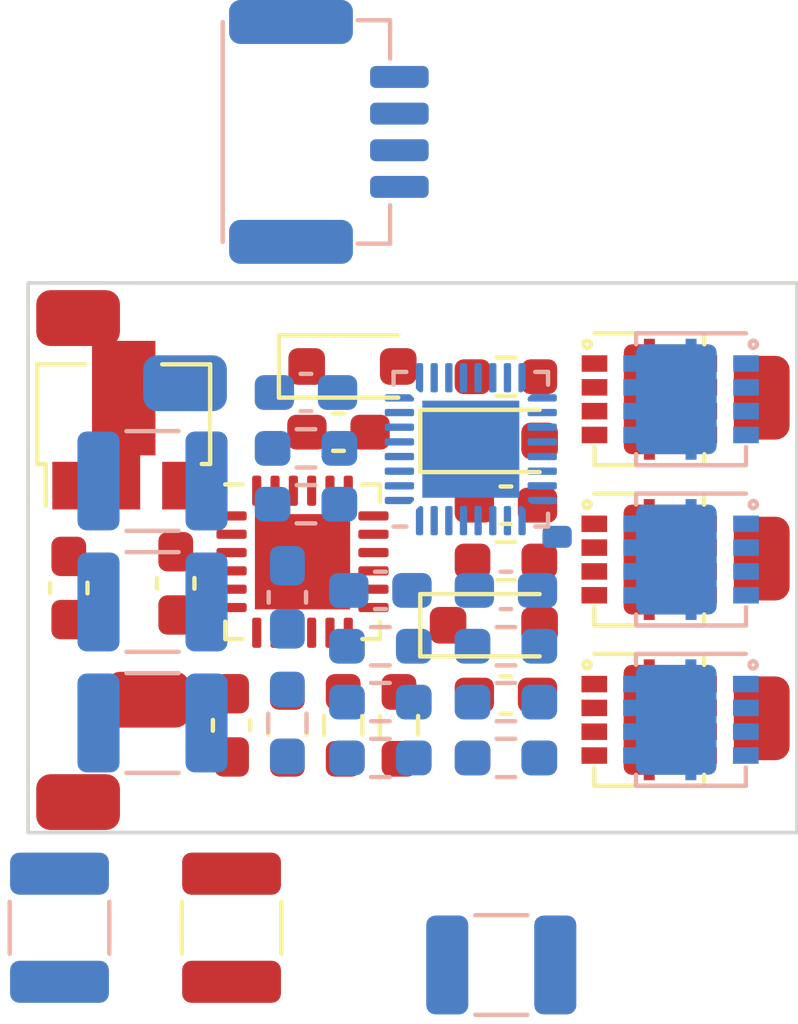
<source format=kicad_pcb>
(kicad_pcb (version 20221018) (generator pcbnew)
  (layers (0 "F.Cu" signal) (31 "B.Cu" signal) (34 "B.Paste" user) (35 "F.Paste" user) (36 "B.SilkS" user "B.Silkscreen") (37 "F.SilkS" user "F.Silkscreen") (38 "B.Mask" user) (39 "F.Mask" user) (44 "Edge.Cuts" user))
  (net 0 "")
  (net 1 "+5V")
  (net 2 "GND")
  (net 3 "VDD")
  (net 4 "/ADC8")
  (net 5 "/ADC9")
  (net 6 "/ADC10")
  (net 7 "/VB1")
  (net 8 "/VB2")
  (net 9 "/VB3")
  (net 10 "Net-(Q1-PadG)")
  (net 11 "Net-(Q2-PadG)")
  (net 12 "Net-(Q3-PadG)")
  (net 13 "/TXD")
  (net 14 "/RXD")
  (net 15 "/PWM8")
  (net 16 "/W")
  (net 17 "/V")
  (net 18 "/U")
  (net 19 "Net-(Q5-PadG)")
  (net 20 "Net-(Q4-PadG)")
  (net 21 "Net-(Q6-PadG)")
  (net 22 "/PWM3")
  (net 23 "/PWM2")
  (net 24 "/PWM1")
  (net 25 "/PWM3L")
  (net 26 "/PWM2L")
  (net 27 "/PWM1L")
  (net 28 "/CMP-")
  (net 45 "/HO3")
  (net 46 "/LO3")
  (net 47 "/HO2")
  (net 48 "/LO2")
  (net 49 "/HO1")
  (net 50 "/LO1")
  (footprint "Capacitor_SMD:C_0603_1608Metric_Pad1.08x0.95mm_HandSolder" (layer "F.Cu") (at 77.978 119.572)
    (fp_text reference "C5" hide)
    (fp_text value "100nF" hide)
    (fp_line (start -0.146267 -0.51) (end 0.146267 -0.51) (stroke (width 0.12)) (layer "F.SilkS"))
    (fp_line (start -0.146267 0.51) (end 0.146267 0.51) (stroke (width 0.12)) (layer "F.SilkS"))
    (pad "1" smd roundrect (at -0.8625 0) (size 1.075 0.95) (layers "F.Cu" "F.Paste" "F.Mask") (net 7 "/VB1"))
    (pad "2" smd roundrect (at 0.8625 0) (size 1.075 0.95) (layers "F.Cu" "F.Paste" "F.Mask") (net 18 "/U"))
  )
  (footprint "ADel:DFN_3x3_MOS" (layer "F.Cu") (at 84.963 123.048 90)
    (fp_text reference "Q3" hide)
    (fp_text value "P-MOS" hide)
    (fp_line (start -1.8 0) (end -1.3 0) (stroke (width 0.12)) (layer "F.SilkS"))
    (fp_line (start -1.8 1.2) (end -1.8 3) (stroke (width 0.12)) (layer "F.SilkS"))
    (fp_line (start -1.8 1.4) (end -1.8 0) (stroke (width 0.12)) (layer "F.SilkS"))
    (fp_line (start -1.8 3) (end -1.5 3) (stroke (width 0.12)) (layer "F.SilkS"))
    (fp_line (start 1.8 0) (end 1.8 3) (stroke (width 0.12)) (layer "F.SilkS"))
    (fp_line (start 1.8 3) (end 1.5 3) (stroke (width 0.12)) (layer "F.SilkS"))
    (fp_circle (center 1.5 -0.2) (end 1.5 -0.1) (stroke (width 0.12)) (fill none) (layer "F.SilkS"))
    (pad "D" smd rect (at -1.5 1.5 180) (size 0.3 0.3) (layers "F.Cu" "F.Paste" "F.Mask") (net 17 "/V"))
    (pad "D" smd rect (at -0.975 3 90) (size 0.45 0.7) (layers "F.Cu" "F.Paste" "F.Mask") (net 17 "/V"))
    (pad "D" smd rect (at -0.325 3 90) (size 0.45 0.7) (layers "F.Cu" "F.Paste" "F.Mask") (net 17 "/V"))
    (pad "D" smd roundrect (at 0 1.9 90) (size 3 2.2) (layers "F.Cu" "F.Paste" "F.Mask") (roundrect_rratio 0.1) (net 17 "/V"))
    (pad "D" smd rect (at 0.325 3 90) (size 0.45 0.7) (layers "F.Cu" "F.Paste" "F.Mask") (net 17 "/V"))
    (pad "D" smd rect (at 0.975 3 90) (size 0.45 0.7) (layers "F.Cu" "F.Paste" "F.Mask") (net 17 "/V"))
    (pad "D" smd rect (at 1.5 1.5 180) (size 0.3 0.3) (layers "F.Cu" "F.Paste" "F.Mask") (net 17 "/V"))
    (pad "G" smd rect (at -0.975 0 90) (size 0.45 0.7) (layers "F.Cu" "F.Paste" "F.Mask") (net 12 "Net-(Q3-PadG)"))
    (pad "S" smd rect (at -0.325 0 90) (size 0.45 0.7) (layers "F.Cu" "F.Paste" "F.Mask") (net 3 "VDD"))
    (pad "S" smd rect (at 0.325 0 90) (size 0.45 0.7) (layers "F.Cu" "F.Paste" "F.Mask") (net 3 "VDD"))
    (pad "S" smd rect (at 0.975 0 90) (size 0.45 0.7) (layers "F.Cu" "F.Paste" "F.Mask") (net 3 "VDD"))
  )
  (footprint "Resistor_SMD:R_0603_1608Metric_Pad0.98x0.95mm_HandSolder" (layer "F.Cu") (at 78.105 127.573 -90)
    (fp_text reference "R4" hide)
    (fp_text value "100R" hide)
    (fp_line (start -0.254724 -0.5225) (end 0.254724 -0.5225) (stroke (width 0.12)) (layer "F.SilkS"))
    (fp_line (start -0.254724 0.5225) (end 0.254724 0.5225) (stroke (width 0.12)) (layer "F.SilkS"))
    (pad "1" smd roundrect (at -0.9125 0 270) (size 0.975 0.95) (layers "F.Cu" "F.Paste" "F.Mask") (net 48 "/LO2"))
    (pad "2" smd roundrect (at 0.9125 0 270) (size 0.975 0.95) (layers "F.Cu" "F.Paste" "F.Mask") (net 20 "Net-(Q4-PadG)"))
  )
  (footprint "Capacitor_SMD:C_0603_1608Metric_Pad1.08x0.95mm_HandSolder" (layer "F.Cu") (at 73.533 123.698 -90)
    (fp_text reference "C3" hide)
    (fp_text value "10uF" hide)
    (fp_line (start -0.146267 -0.51) (end 0.146267 -0.51) (stroke (width 0.12)) (layer "F.SilkS"))
    (fp_line (start -0.146267 0.51) (end 0.146267 0.51) (stroke (width 0.12)) (layer "F.SilkS"))
    (pad "1" smd roundrect (at -0.8625 0 270) (size 1.075 0.95) (layers "F.Cu" "F.Paste" "F.Mask") (net 1 "+5V"))
    (pad "2" smd roundrect (at 0.8625 0 270) (size 1.075 0.95) (layers "F.Cu" "F.Paste" "F.Mask") (net 2 "GND"))
  )
  (footprint "Capacitor_SMD:C_0603_1608Metric_Pad1.08x0.95mm_HandSolder" (layer "F.Cu") (at 70.612 123.825 -90)
    (fp_text reference "C1" hide)
    (fp_text value "100nF" hide)
    (fp_line (start -0.146267 -0.51) (end 0.146267 -0.51) (stroke (width 0.12)) (layer "F.SilkS"))
    (fp_line (start -0.146267 0.51) (end 0.146267 0.51) (stroke (width 0.12)) (layer "F.SilkS"))
    (pad "1" smd roundrect (at -0.8625 0 270) (size 1.075 0.95) (layers "F.Cu" "F.Paste" "F.Mask") (net 3 "VDD"))
    (pad "2" smd roundrect (at 0.8625 0 270) (size 1.075 0.95) (layers "F.Cu" "F.Paste" "F.Mask") (net 2 "GND"))
  )
  (footprint "ADel:PAD_RECT" (layer "F.Cu") (at 70.866 116.459 180)
    (fp_text reference "J4" hide)
    (fp_text value "Conn_01x01_Male" hide)
    (pad "1" smd roundrect (at 0 0 180) (size 2.286 1.524) (layers "F.Cu" "F.Paste" "F.Mask") (net 2 "GND"))
  )
  (footprint "ADel:PAD_RECT" (layer "F.Cu") (at 70.866 129.667)
    (fp_text reference "J5" hide)
    (fp_text value "Conn_01x01_Male" hide)
    (pad "1" smd roundrect (at 0 0) (size 2.286 1.524) (layers "F.Cu" "F.Paste" "F.Mask") (net 3 "VDD"))
  )
  (footprint "Diode_SMD:D_SOD-323_HandSoldering" (layer "F.Cu") (at 78.359 117.7798)
    (fp_text reference "D1" hide)
    (fp_text value "D" hide)
    (fp_line (start -2.01 -0.85) (end -2.01 0.85) (stroke (width 0.12)) (layer "F.SilkS"))
    (fp_line (start -2.01 -0.85) (end 1.25 -0.85) (stroke (width 0.12)) (layer "F.SilkS"))
    (fp_line (start -2.01 0.85) (end 1.25 0.85) (stroke (width 0.12)) (layer "F.SilkS"))
    (pad "1" smd roundrect (at -1.25 0) (size 1 1) (layers "F.Cu" "F.Paste" "F.Mask") (net 7 "/VB1"))
    (pad "2" smd roundrect (at 1.25 0) (size 1 1) (layers "F.Cu" "F.Paste" "F.Mask") (net 3 "VDD"))
  )
  (footprint "ADel:DFN_3x3_MOS" (layer "F.Cu") (at 84.963 127.422 90)
    (fp_text reference "Q1" hide)
    (fp_text value "P-MOS" hide)
    (fp_line (start -1.8 0) (end -1.3 0) (stroke (width 0.12)) (layer "F.SilkS"))
    (fp_line (start -1.8 1.2) (end -1.8 3) (stroke (width 0.12)) (layer "F.SilkS"))
    (fp_line (start -1.8 1.4) (end -1.8 0) (stroke (width 0.12)) (layer "F.SilkS"))
    (fp_line (start -1.8 3) (end -1.5 3) (stroke (width 0.12)) (layer "F.SilkS"))
    (fp_line (start 1.8 0) (end 1.8 3) (stroke (width 0.12)) (layer "F.SilkS"))
    (fp_line (start 1.8 3) (end 1.5 3) (stroke (width 0.12)) (layer "F.SilkS"))
    (fp_circle (center 1.5 -0.2) (end 1.5 -0.1) (stroke (width 0.12)) (fill none) (layer "F.SilkS"))
    (pad "D" smd rect (at -1.5 1.5 180) (size 0.3 0.3) (layers "F.Cu" "F.Paste" "F.Mask") (net 16 "/W"))
    (pad "D" smd rect (at -0.975 3 90) (size 0.45 0.7) (layers "F.Cu" "F.Paste" "F.Mask") (net 16 "/W"))
    (pad "D" smd rect (at -0.325 3 90) (size 0.45 0.7) (layers "F.Cu" "F.Paste" "F.Mask") (net 16 "/W"))
    (pad "D" smd roundrect (at 0 1.9 90) (size 3 2.2) (layers "F.Cu" "F.Paste" "F.Mask") (roundrect_rratio 0.1) (net 16 "/W"))
    (pad "D" smd rect (at 0.325 3 90) (size 0.45 0.7) (layers "F.Cu" "F.Paste" "F.Mask") (net 16 "/W"))
    (pad "D" smd rect (at 0.975 3 90) (size 0.45 0.7) (layers "F.Cu" "F.Paste" "F.Mask") (net 16 "/W"))
    (pad "D" smd rect (at 1.5 1.5 180) (size 0.3 0.3) (layers "F.Cu" "F.Paste" "F.Mask") (net 16 "/W"))
    (pad "G" smd rect (at -0.975 0 90) (size 0.45 0.7) (layers "F.Cu" "F.Paste" "F.Mask") (net 10 "Net-(Q1-PadG)"))
    (pad "S" smd rect (at -0.325 0 90) (size 0.45 0.7) (layers "F.Cu" "F.Paste" "F.Mask") (net 3 "VDD"))
    (pad "S" smd rect (at 0.325 0 90) (size 0.45 0.7) (layers "F.Cu" "F.Paste" "F.Mask") (net 3 "VDD"))
    (pad "S" smd rect (at 0.975 0 90) (size 0.45 0.7) (layers "F.Cu" "F.Paste" "F.Mask") (net 3 "VDD"))
  )
  (footprint "ADel:PAD_RECT" (layer "F.Cu") (at 72.771 126.873 180)
    (fp_text reference "J2" hide)
    (fp_text value "Conn_01x01_Male" hide)
    (pad "1" smd roundrect (at 0 0 180) (size 2.286 1.524) (layers "F.Cu" "F.Paste" "F.Mask") (net 1 "+5V"))
  )
  (footprint "Resistor_SMD:R_0603_1608Metric_Pad0.98x0.95mm_HandSolder" (layer "F.Cu") (at 79.629 127.573 -90)
    (fp_text reference "R6" hide)
    (fp_text value "100R" hide)
    (fp_line (start -0.254724 -0.5225) (end 0.254724 -0.5225) (stroke (width 0.12)) (layer "F.SilkS"))
    (fp_line (start -0.254724 0.5225) (end 0.254724 0.5225) (stroke (width 0.12)) (layer "F.SilkS"))
    (pad "1" smd roundrect (at -0.9125 0 270) (size 0.975 0.95) (layers "F.Cu" "F.Paste" "F.Mask") (net 50 "/LO1"))
    (pad "2" smd roundrect (at 0.9125 0 270) (size 0.975 0.95) (layers "F.Cu" "F.Paste" "F.Mask") (net 21 "Net-(Q6-PadG)"))
  )
  (footprint "Diode_SMD:D_SOD-323_HandSoldering" (layer "F.Cu") (at 82.2198 119.8118)
    (fp_text reference "D2" hide)
    (fp_text value "D" hide)
    (fp_line (start -2.01 -0.85) (end -2.01 0.85) (stroke (width 0.12)) (layer "F.SilkS"))
    (fp_line (start -2.01 -0.85) (end 1.25 -0.85) (stroke (width 0.12)) (layer "F.SilkS"))
    (fp_line (start -2.01 0.85) (end 1.25 0.85) (stroke (width 0.12)) (layer "F.SilkS"))
    (pad "1" smd roundrect (at -1.25 0) (size 1 1) (layers "F.Cu" "F.Paste" "F.Mask") (net 8 "/VB2"))
    (pad "2" smd roundrect (at 1.25 0) (size 1 1) (layers "F.Cu" "F.Paste" "F.Mask") (net 3 "VDD"))
  )
  (footprint "Capacitor_SMD:C_0603_1608Metric_Pad1.08x0.95mm_HandSolder" (layer "F.Cu") (at 82.55 126.746)
    (fp_text reference "C8" hide)
    (fp_text value "100nF" hide)
    (fp_line (start -0.146267 -0.51) (end 0.146267 -0.51) (stroke (width 0.12)) (layer "F.SilkS"))
    (fp_line (start -0.146267 0.51) (end 0.146267 0.51) (stroke (width 0.12)) (layer "F.SilkS"))
    (pad "1" smd roundrect (at -0.8625 0) (size 1.075 0.95) (layers "F.Cu" "F.Paste" "F.Mask") (net 9 "/VB3"))
    (pad "2" smd roundrect (at 0.8625 0) (size 1.075 0.95) (layers "F.Cu" "F.Paste" "F.Mask") (net 16 "/W"))
  )
  (footprint "ADel:PAD_RECT" (layer "F.Cu") (at 89.535 127.381 90)
    (fp_text reference "J7" hide)
    (fp_text value "Conn_01x01_Male" hide)
    (pad "1" smd roundrect (at 0 0 90) (size 2.286 1.524) (layers "F.Cu" "F.Paste" "F.Mask") (net 16 "/W"))
  )
  (footprint "Diode_SMD:D_SOD-323_HandSoldering" (layer "F.Cu") (at 82.2198 124.841)
    (fp_text reference "D3" hide)
    (fp_text value "D" hide)
    (fp_line (start -2.01 -0.85) (end -2.01 0.85) (stroke (width 0.12)) (layer "F.SilkS"))
    (fp_line (start -2.01 -0.85) (end 1.25 -0.85) (stroke (width 0.12)) (layer "F.SilkS"))
    (fp_line (start -2.01 0.85) (end 1.25 0.85) (stroke (width 0.12)) (layer "F.SilkS"))
    (pad "1" smd roundrect (at -1.25 0) (size 1 1) (layers "F.Cu" "F.Paste" "F.Mask") (net 9 "/VB3"))
    (pad "2" smd roundrect (at 1.25 0) (size 1 1) (layers "F.Cu" "F.Paste" "F.Mask") (net 3 "VDD"))
  )
  (footprint "Capacitor_SMD:C_1210_3225Metric" (layer "F.Cu") (at 75.057 133.096 90)
    (fp_text reference "C7" hide)
    (fp_text value "100uF" hide)
    (fp_line (start -0.711252 -1.36) (end 0.711252 -1.36) (stroke (width 0.12)) (layer "F.SilkS"))
    (fp_line (start -0.711252 1.36) (end 0.711252 1.36) (stroke (width 0.12)) (layer "F.SilkS"))
    (pad "1" smd roundrect (at -1.475 0 90) (size 1.15 2.7) (layers "F.Cu" "F.Paste" "F.Mask") (roundrect_rratio 0.217391) (net 3 "VDD"))
    (pad "2" smd roundrect (at 1.475 0 90) (size 1.15 2.7) (layers "F.Cu" "F.Paste" "F.Mask") (roundrect_rratio 0.217391) (net 2 "GND"))
  )
  (footprint "Package_DFN_QFN:QFN-24-1EP_4x4mm_P0.5mm_EP2.6x2.6mm" (layer "F.Cu") (at 76.9945 123.108)
    (fp_text reference "U3" hide)
    (fp_text value "FD6288Q" hide)
    (fp_line (start -2.11 2.11) (end -2.11 1.635) (stroke (width 0.12)) (layer "F.SilkS"))
    (fp_line (start -1.635 -2.11) (end -2.11 -2.11) (stroke (width 0.12)) (layer "F.SilkS"))
    (fp_line (start -1.635 2.11) (end -2.11 2.11) (stroke (width 0.12)) (layer "F.SilkS"))
    (fp_line (start 1.635 -2.11) (end 2.11 -2.11) (stroke (width 0.12)) (layer "F.SilkS"))
    (fp_line (start 1.635 2.11) (end 2.11 2.11) (stroke (width 0.12)) (layer "F.SilkS"))
    (fp_line (start 2.11 -2.11) (end 2.11 -1.635) (stroke (width 0.12)) (layer "F.SilkS"))
    (fp_line (start 2.11 2.11) (end 2.11 1.635) (stroke (width 0.12)) (layer "F.SilkS"))
    (pad "1" smd roundrect (at -1.9375 -1.25) (size 0.825 0.25) (layers "F.Cu" "F.Paste" "F.Mask") (net 27 "/PWM1L"))
    (pad "2" smd roundrect (at -1.9375 -0.75) (size 0.825 0.25) (layers "F.Cu" "F.Paste" "F.Mask") (net 26 "/PWM2L"))
    (pad "3" smd roundrect (at -1.9375 -0.25) (size 0.825 0.25) (layers "F.Cu" "F.Paste" "F.Mask") (net 25 "/PWM3L"))
    (pad "4" smd roundrect (at -1.9375 0.25) (size 0.825 0.25) (layers "F.Cu" "F.Paste" "F.Mask") (net 3 "VDD"))
    (pad "5" smd roundrect (at -1.9375 0.75) (size 0.825 0.25) (layers "F.Cu" "F.Paste" "F.Mask"))
    (pad "6" smd roundrect (at -1.9375 1.25) (size 0.825 0.25) (layers "F.Cu" "F.Paste" "F.Mask") (net 2 "GND"))
    (pad "7" smd roundrect (at -1.25 1.9375) (size 0.25 0.825) (layers "F.Cu" "F.Paste" "F.Mask"))
    (pad "8" smd roundrect (at -0.75 1.9375) (size 0.25 0.825) (layers "F.Cu" "F.Paste" "F.Mask"))
    (pad "9" smd roundrect (at -0.25 1.9375) (size 0.25 0.825) (layers "F.Cu" "F.Paste" "F.Mask") (net 46 "/LO3"))
    (pad "10" smd roundrect (at 0.25 1.9375) (size 0.25 0.825) (layers "F.Cu" "F.Paste" "F.Mask") (net 48 "/LO2"))
    (pad "11" smd roundrect (at 0.75 1.9375) (size 0.25 0.825) (layers "F.Cu" "F.Paste" "F.Mask") (net 50 "/LO1"))
    (pad "12" smd roundrect (at 1.25 1.9375) (size 0.25 0.825) (layers "F.Cu" "F.Paste" "F.Mask") (net 16 "/W"))
    (pad "13" smd roundrect (at 1.9375 1.25) (size 0.825 0.25) (layers "F.Cu" "F.Paste" "F.Mask") (net 45 "/HO3"))
    (pad "14" smd roundrect (at 1.9375 0.75) (size 0.825 0.25) (layers "F.Cu" "F.Paste" "F.Mask") (net 9 "/VB3"))
    (pad "15" smd roundrect (at 1.9375 0.25) (size 0.825 0.25) (layers "F.Cu" "F.Paste" "F.Mask") (net 17 "/V"))
    (pad "16" smd roundrect (at 1.9375 -0.25) (size 0.825 0.25) (layers "F.Cu" "F.Paste" "F.Mask") (net 47 "/HO2"))
    (pad "17" smd roundrect (at 1.9375 -0.75) (size 0.825 0.25) (layers "F.Cu" "F.Paste" "F.Mask") (net 8 "/VB2"))
    (pad "18" smd roundrect (at 1.9375 -1.25) (size 0.825 0.25) (layers "F.Cu" "F.Paste" "F.Mask") (net 18 "/U"))
    (pad "19" smd roundrect (at 1.25 -1.9375) (size 0.25 0.825) (layers "F.Cu" "F.Paste" "F.Mask") (net 49 "/HO1"))
    (pad "20" smd roundrect (at 0.75 -1.9375) (size 0.25 0.825) (layers "F.Cu" "F.Paste" "F.Mask") (net 7 "/VB1"))
    (pad "21" smd roundrect (at 0.25 -1.9375) (size 0.25 0.825) (layers "F.Cu" "F.Paste" "F.Mask"))
    (pad "22" smd roundrect (at -0.25 -1.9375) (size 0.25 0.825) (layers "F.Cu" "F.Paste" "F.Mask") (net 24 "/PWM1"))
    (pad "23" smd roundrect (at -0.75 -1.9375) (size 0.25 0.825) (layers "F.Cu" "F.Paste" "F.Mask") (net 23 "/PWM2"))
    (pad "24" smd roundrect (at -1.25 -1.9375) (size 0.25 0.825) (layers "F.Cu" "F.Paste" "F.Mask") (net 22 "/PWM3"))
    (pad "25" smd rect (at 0 0) (size 2.6 2.6) (layers "F.Cu" "F.Mask") (net 2 "GND"))
  )
  (footprint "Resistor_SMD:R_0603_1608Metric_Pad0.98x0.95mm_HandSolder" (layer "F.Cu") (at 82.55 128.462)
    (fp_text reference "R1" hide)
    (fp_text value "100R" hide)
    (fp_line (start -0.254724 -0.5225) (end 0.254724 -0.5225) (stroke (width 0.12)) (layer "F.SilkS"))
    (fp_line (start -0.254724 0.5225) (end 0.254724 0.5225) (stroke (width 0.12)) (layer "F.SilkS"))
    (pad "1" smd roundrect (at -0.9125 0) (size 0.975 0.95) (layers "F.Cu" "F.Paste" "F.Mask") (net 45 "/HO3"))
    (pad "2" smd roundrect (at 0.9125 0) (size 0.975 0.95) (layers "F.Cu" "F.Paste" "F.Mask") (net 10 "Net-(Q1-PadG)"))
  )
  (footprint "Resistor_SMD:R_0603_1608Metric_Pad0.98x0.95mm_HandSolder" (layer "F.Cu") (at 82.55 118.0592)
    (fp_text reference "R5" hide)
    (fp_text value "100R" hide)
    (fp_line (start -0.254724 -0.5225) (end 0.254724 -0.5225) (stroke (width 0.12)) (layer "F.SilkS"))
    (fp_line (start -0.254724 0.5225) (end 0.254724 0.5225) (stroke (width 0.12)) (layer "F.SilkS"))
    (pad "1" smd roundrect (at -0.9125 0) (size 0.975 0.95) (layers "F.Cu" "F.Paste" "F.Mask") (net 49 "/HO1"))
    (pad "2" smd roundrect (at 0.9125 0) (size 0.975 0.95) (layers "F.Cu" "F.Paste" "F.Mask") (net 19 "Net-(Q5-PadG)"))
  )
  (footprint "ADel:PAD_RECT" (layer "F.Cu") (at 89.535 118.633 90)
    (fp_text reference "J9" hide)
    (fp_text value "Conn_01x01_Male" hide)
    (pad "1" smd roundrect (at 0 0 90) (size 2.286 1.524) (layers "F.Cu" "F.Paste" "F.Mask") (net 18 "/U"))
  )
  (footprint "Capacitor_SMD:C_0603_1608Metric_Pad1.08x0.95mm_HandSolder" (layer "F.Cu") (at 75.057 127.573 -90)
    (fp_text reference "C4" hide)
    (fp_text value "100nF" hide)
    (fp_line (start -0.146267 -0.51) (end 0.146267 -0.51) (stroke (width 0.12)) (layer "F.SilkS"))
    (fp_line (start -0.146267 0.51) (end 0.146267 0.51) (stroke (width 0.12)) (layer "F.SilkS"))
    (pad "1" smd roundrect (at -0.8625 0 270) (size 1.075 0.95) (layers "F.Cu" "F.Paste" "F.Mask") (net 3 "VDD"))
    (pad "2" smd roundrect (at 0.8625 0 270) (size 1.075 0.95) (layers "F.Cu" "F.Paste" "F.Mask") (net 2 "GND"))
  )
  (footprint "Capacitor_SMD:C_0603_1608Metric_Pad1.08x0.95mm_HandSolder" (layer "F.Cu") (at 82.55 121.5644)
    (fp_text reference "C6" hide)
    (fp_text value "100nF" hide)
    (fp_line (start -0.146267 -0.51) (end 0.146267 -0.51) (stroke (width 0.12)) (layer "F.SilkS"))
    (fp_line (start -0.146267 0.51) (end 0.146267 0.51) (stroke (width 0.12)) (layer "F.SilkS"))
    (pad "1" smd roundrect (at -0.8625 0) (size 1.075 0.95) (layers "F.Cu" "F.Paste" "F.Mask") (net 8 "/VB2"))
    (pad "2" smd roundrect (at 0.8625 0) (size 1.075 0.95) (layers "F.Cu" "F.Paste" "F.Mask") (net 17 "/V"))
  )
  (footprint "Resistor_SMD:R_0603_1608Metric_Pad0.98x0.95mm_HandSolder" (layer "F.Cu") (at 82.55 123.0884)
    (fp_text reference "R3" hide)
    (fp_text value "100R" hide)
    (fp_line (start -0.254724 -0.5225) (end 0.254724 -0.5225) (stroke (width 0.12)) (layer "F.SilkS"))
    (fp_line (start -0.254724 0.5225) (end 0.254724 0.5225) (stroke (width 0.12)) (layer "F.SilkS"))
    (pad "1" smd roundrect (at -0.9125 0) (size 0.975 0.95) (layers "F.Cu" "F.Paste" "F.Mask") (net 47 "/HO2"))
    (pad "2" smd roundrect (at 0.9125 0) (size 0.975 0.95) (layers "F.Cu" "F.Paste" "F.Mask") (net 12 "Net-(Q3-PadG)"))
  )
  (footprint "ADel:PAD_RECT" (layer "F.Cu") (at 89.535 123.022 90)
    (fp_text reference "J8" hide)
    (fp_text value "Conn_01x01_Male" hide)
    (pad "1" smd roundrect (at 0 0 90) (size 2.286 1.524) (layers "F.Cu" "F.Paste" "F.Mask") (net 17 "/V"))
  )
  (footprint "Resistor_SMD:R_0603_1608Metric_Pad0.98x0.95mm_HandSolder" (layer "F.Cu") (at 76.581 127.573 -90)
    (fp_text reference "R2" hide)
    (fp_text value "100R" hide)
    (fp_line (start -0.254724 -0.5225) (end 0.254724 -0.5225) (stroke (width 0.12)) (layer "F.SilkS"))
    (fp_line (start -0.254724 0.5225) (end 0.254724 0.5225) (stroke (width 0.12)) (layer "F.SilkS"))
    (pad "1" smd roundrect (at -0.9125 0 270) (size 0.975 0.95) (layers "F.Cu" "F.Paste" "F.Mask") (net 46 "/LO3"))
    (pad "2" smd roundrect (at 0.9125 0 270) (size 0.975 0.95) (layers "F.Cu" "F.Paste" "F.Mask") (net 11 "Net-(Q2-PadG)"))
  )
  (footprint "ADel:DFN_3x3_MOS" (layer "F.Cu") (at 84.968 118.674 90)
    (fp_text reference "Q5" hide)
    (fp_text value "P-MOS" hide)
    (fp_line (start -1.8 0) (end -1.3 0) (stroke (width 0.12)) (layer "F.SilkS"))
    (fp_line (start -1.8 1.2) (end -1.8 3) (stroke (width 0.12)) (layer "F.SilkS"))
    (fp_line (start -1.8 1.4) (end -1.8 0) (stroke (width 0.12)) (layer "F.SilkS"))
    (fp_line (start -1.8 3) (end -1.5 3) (stroke (width 0.12)) (layer "F.SilkS"))
    (fp_line (start 1.8 0) (end 1.8 3) (stroke (width 0.12)) (layer "F.SilkS"))
    (fp_line (start 1.8 3) (end 1.5 3) (stroke (width 0.12)) (layer "F.SilkS"))
    (fp_circle (center 1.5 -0.2) (end 1.5 -0.1) (stroke (width 0.12)) (fill none) (layer "F.SilkS"))
    (pad "D" smd rect (at -1.5 1.5 180) (size 0.3 0.3) (layers "F.Cu" "F.Paste" "F.Mask") (net 18 "/U"))
    (pad "D" smd rect (at -0.975 3 90) (size 0.45 0.7) (layers "F.Cu" "F.Paste" "F.Mask") (net 18 "/U"))
    (pad "D" smd rect (at -0.325 3 90) (size 0.45 0.7) (layers "F.Cu" "F.Paste" "F.Mask") (net 18 "/U"))
    (pad "D" smd roundrect (at 0 1.9 90) (size 3 2.2) (layers "F.Cu" "F.Paste" "F.Mask") (roundrect_rratio 0.1) (net 18 "/U"))
    (pad "D" smd rect (at 0.325 3 90) (size 0.45 0.7) (layers "F.Cu" "F.Paste" "F.Mask") (net 18 "/U"))
    (pad "D" smd rect (at 0.975 3 90) (size 0.45 0.7) (layers "F.Cu" "F.Paste" "F.Mask") (net 18 "/U"))
    (pad "D" smd rect (at 1.5 1.5 180) (size 0.3 0.3) (layers "F.Cu" "F.Paste" "F.Mask") (net 18 "/U"))
    (pad "G" smd rect (at -0.975 0 90) (size 0.45 0.7) (layers "F.Cu" "F.Paste" "F.Mask") (net 19 "Net-(Q5-PadG)"))
    (pad "S" smd rect (at -0.325 0 90) (size 0.45 0.7) (layers "F.Cu" "F.Paste" "F.Mask") (net 3 "VDD"))
    (pad "S" smd rect (at 0.325 0 90) (size 0.45 0.7) (layers "F.Cu" "F.Paste" "F.Mask") (net 3 "VDD"))
    (pad "S" smd rect (at 0.975 0 90) (size 0.45 0.7) (layers "F.Cu" "F.Paste" "F.Mask") (net 3 "VDD"))
  )
  (footprint "Package_TO_SOT_SMD:SOT-89-3" (layer "F.Cu") (at 72.112 119.081 90)
    (fp_text reference "U1" hide)
    (fp_text value "LM78M05_TO252" hide)
    (fp_line (start -2.5 -2.13) (end -1.36 -2.13) (stroke (width 0.12)) (layer "F.SilkS"))
    (fp_line (start -1.36 -2.36) (end -1.36 -2.13) (stroke (width 0.12)) (layer "F.SilkS"))
    (fp_line (start -1.36 -2.36) (end 1.36 -2.36) (stroke (width 0.12)) (layer "F.SilkS"))
    (fp_line (start -1.36 2.36) (end -1.36 2.13) (stroke (width 0.12)) (layer "F.SilkS"))
    (fp_line (start 1.36 -2.36) (end 1.36 -1.05) (stroke (width 0.12)) (layer "F.SilkS"))
    (fp_line (start 1.36 1.05) (end 1.36 2.36) (stroke (width 0.12)) (layer "F.SilkS"))
    (fp_line (start 1.36 2.36) (end -1.36 2.36) (stroke (width 0.12)) (layer "F.SilkS"))
    (pad "1" smd rect (at -1.95 -1.5 90) (size 1.3 0.9) (layers "F.Cu" "F.Paste" "F.Mask") (net 3 "VDD"))
    (pad "2" smd custom (at -1.8625 0 90) (size 1.475 0.9) (layers "F.Cu" "F.Paste" "F.Mask") (net 2 "GND") (options (clearance outline) (anchor rect)) (primitives (gr_poly (pts (xy 3.8625 0.8665) (xy 0.7375 0.8665) (xy 0.7375 -0.8665) (xy 3.8625 -0.8665)) (width 0) (fill yes))))
    (pad "3" smd rect (at -1.95 1.5 90) (size 1.3 0.9) (layers "F.Cu" "F.Paste" "F.Mask") (net 1 "+5V"))
  )
  (footprint "ADel:DFN_3x3_MOS" (layer "B.Cu") (at 89.106 118.674 90)
    (fp_text reference "Q6" hide)
    (fp_text value "N-MOS" hide)
    (fp_line (start -1.8 -3) (end -1.5 -3) (stroke (width 0.12)) (layer "B.SilkS"))
    (fp_line (start -1.8 -1.4) (end -1.8 0) (stroke (width 0.12)) (layer "B.SilkS"))
    (fp_line (start -1.8 -1.2) (end -1.8 -3) (stroke (width 0.12)) (layer "B.SilkS"))
    (fp_line (start -1.8 0) (end -1.3 0) (stroke (width 0.12)) (layer "B.SilkS"))
    (fp_line (start 1.8 -3) (end 1.5 -3) (stroke (width 0.12)) (layer "B.SilkS"))
    (fp_line (start 1.8 0) (end 1.8 -3) (stroke (width 0.12)) (layer "B.SilkS"))
    (fp_circle (center 1.5 0.2) (end 1.5 0.1) (stroke (width 0.12)) (fill none) (layer "B.SilkS"))
    (pad "D" smd rect (at -1.5 -1.5) (size 0.3 0.3) (layers "B.Cu" "B.Paste" "B.Mask") (net 18 "/U"))
    (pad "D" smd rect (at -0.975 -3 90) (size 0.45 0.7) (layers "B.Cu" "B.Paste" "B.Mask") (net 18 "/U"))
    (pad "D" smd rect (at -0.325 -3 90) (size 0.45 0.7) (layers "B.Cu" "B.Paste" "B.Mask") (net 18 "/U"))
    (pad "D" smd roundrect (at 0 -1.9 90) (size 3 2.2) (layers "B.Cu" "B.Paste" "B.Mask") (roundrect_rratio 0.1) (net 18 "/U"))
    (pad "D" smd rect (at 0.325 -3 90) (size 0.45 0.7) (layers "B.Cu" "B.Paste" "B.Mask") (net 18 "/U"))
    (pad "D" smd rect (at 0.975 -3 90) (size 0.45 0.7) (layers "B.Cu" "B.Paste" "B.Mask") (net 18 "/U"))
    (pad "D" smd rect (at 1.5 -1.5) (size 0.3 0.3) (layers "B.Cu" "B.Paste" "B.Mask") (net 18 "/U"))
    (pad "G" smd rect (at -0.975 0 90) (size 0.45 0.7) (layers "B.Cu" "B.Paste" "B.Mask") (net 21 "Net-(Q6-PadG)"))
    (pad "S" smd rect (at -0.325 0 90) (size 0.45 0.7) (layers "B.Cu" "B.Paste" "B.Mask") (net 2 "GND"))
    (pad "S" smd rect (at 0.325 0 90) (size 0.45 0.7) (layers "B.Cu" "B.Paste" "B.Mask") (net 2 "GND"))
    (pad "S" smd rect (at 0.975 0 90) (size 0.45 0.7) (layers "B.Cu" "B.Paste" "B.Mask") (net 2 "GND"))
  )
  (footprint "ADel:PAD_RECT" (layer "B.Cu") (at 83.947 122.428)
    (fp_text reference "J3" hide)
    (fp_text value "Conn_01x01_Male" hide)
    (pad "1" smd roundrect (at 0 0) (size 0.8 0.6) (layers "B.Cu" "B.Paste" "B.Mask") (net 15 "/PWM8"))
  )
  (footprint "Resistor_SMD:R_0603_1608Metric_Pad0.98x0.95mm_HandSolder" (layer "B.Cu") (at 77.089 121.539)
    (fp_text reference "R12" hide)
    (fp_text value "1.5K" hide)
    (fp_line (start -0.254724 -0.5225) (end 0.254724 -0.5225) (stroke (width 0.12)) (layer "B.SilkS"))
    (fp_line (start -0.254724 0.5225) (end 0.254724 0.5225) (stroke (width 0.12)) (layer "B.SilkS"))
    (pad "1" smd roundrect (at -0.9125 0) (size 0.975 0.95) (layers "B.Cu" "B.Paste" "B.Mask") (net 2 "GND"))
    (pad "2" smd roundrect (at 0.9125 0) (size 0.975 0.95) (layers "B.Cu" "B.Paste" "B.Mask") (net 6 "/ADC10"))
  )
  (footprint "Capacitor_SMD:C_1210_3225Metric" (layer "B.Cu") (at 72.898 120.904)
    (fp_text reference "C11" hide)
    (fp_text value "100uF" hide)
    (fp_line (start -0.711252 -1.36) (end 0.711252 -1.36) (stroke (width 0.12)) (layer "B.SilkS"))
    (fp_line (start -0.711252 1.36) (end 0.711252 1.36) (stroke (width 0.12)) (layer "B.SilkS"))
    (pad "1" smd roundrect (at -1.475 0) (size 1.15 2.7) (layers "B.Cu" "B.Paste" "B.Mask") (roundrect_rratio 0.217391) (net 3 "VDD"))
    (pad "2" smd roundrect (at 1.475 0) (size 1.15 2.7) (layers "B.Cu" "B.Paste" "B.Mask") (roundrect_rratio 0.217391) (net 2 "GND"))
  )
  (footprint "ADel:PAD_RECT" (layer "B.Cu") (at 73.787 118.237)
    (fp_text reference "J6" hide)
    (fp_text value "Conn_01x01_Male" hide)
    (pad "1" smd roundrect (at 0 0) (size 2.286 1.524) (layers "B.Cu" "B.Paste" "B.Mask") (net 2 "GND"))
  )
  (footprint "Capacitor_SMD:C_0603_1608Metric_Pad1.08x0.95mm_HandSolder" (layer "B.Cu") (at 77.089 118.491 180)
    (fp_text reference "C2" hide)
    (fp_text value "100nF" hide)
    (fp_line (start -0.146267 -0.51) (end 0.146267 -0.51) (stroke (width 0.12)) (layer "B.SilkS"))
    (fp_line (start -0.146267 0.51) (end 0.146267 0.51) (stroke (width 0.12)) (layer "B.SilkS"))
    (pad "1" smd roundrect (at -0.8625 0 180) (size 1.075 0.95) (layers "B.Cu" "B.Paste" "B.Mask") (net 1 "+5V"))
    (pad "2" smd roundrect (at 0.8625 0 180) (size 1.075 0.95) (layers "B.Cu" "B.Paste" "B.Mask") (net 2 "GND"))
  )
  (footprint "Resistor_SMD:R_0603_1608Metric_Pad0.98x0.95mm_HandSolder" (layer "B.Cu") (at 77.089 120.015 180)
    (fp_text reference "R13" hide)
    (fp_text value "10K" hide)
    (fp_line (start -0.254724 -0.5225) (end 0.254724 -0.5225) (stroke (width 0.12)) (layer "B.SilkS"))
    (fp_line (start -0.254724 0.5225) (end 0.254724 0.5225) (stroke (width 0.12)) (layer "B.SilkS"))
    (pad "1" smd roundrect (at -0.9125 0 180) (size 0.975 0.95) (layers "B.Cu" "B.Paste" "B.Mask") (net 6 "/ADC10"))
    (pad "2" smd roundrect (at 0.9125 0 180) (size 0.975 0.95) (layers "B.Cu" "B.Paste" "B.Mask") (net 28 "/CMP-"))
  )
  (footprint "Package_DFN_QFN:QFN-32-1EP_4x4mm_P0.4mm_EP2.65x2.65mm" (layer "B.Cu") (at 81.5906 120.0374)
    (fp_text reference "U2" hide)
    (fp_text value "STC8H1K28_LQFP32" hide)
    (fp_line (start -2.11 -2.11) (end -2.11 -1.76) (stroke (width 0.12)) (layer "B.SilkS"))
    (fp_line (start -1.76 -2.11) (end -2.11 -2.11) (stroke (width 0.12)) (layer "B.SilkS"))
    (fp_line (start -1.76 2.11) (end -2.11 2.11) (stroke (width 0.12)) (layer "B.SilkS"))
    (fp_line (start 1.76 -2.11) (end 2.11 -2.11) (stroke (width 0.12)) (layer "B.SilkS"))
    (fp_line (start 1.76 2.11) (end 2.11 2.11) (stroke (width 0.12)) (layer "B.SilkS"))
    (fp_line (start 2.11 -2.11) (end 2.11 -1.76) (stroke (width 0.12)) (layer "B.SilkS"))
    (fp_line (start 2.11 2.11) (end 2.11 1.76) (stroke (width 0.12)) (layer "B.SilkS"))
    (pad "1" smd custom (at -1.95 1.4) (size 0.129289 0.129289) (layers "B.Cu" "B.Paste" "B.Mask") (net 24 "/PWM1") (options (clearance outline) (anchor circle)) (primitives (gr_poly (pts (xy 0.35 -0.020711) (xy 0.35 -0.05) (xy -0.35 -0.05) (xy -0.35 0.05) (xy 0.279289 0.05)) (width 0.1) (fill yes))))
    (pad "2" smd roundrect (at -1.95 1) (size 0.8 0.2) (layers "B.Cu" "B.Paste" "B.Mask") (net 27 "/PWM1L"))
    (pad "3" smd roundrect (at -1.95 0.6) (size 0.8 0.2) (layers "B.Cu" "B.Paste" "B.Mask") (net 23 "/PWM2"))
    (pad "4" smd roundrect (at -1.95 0.2) (size 0.8 0.2) (layers "B.Cu" "B.Paste" "B.Mask") (net 26 "/PWM2L"))
    (pad "5" smd roundrect (at -1.95 -0.2) (size 0.8 0.2) (layers "B.Cu" "B.Paste" "B.Mask") (net 22 "/PWM3"))
    (pad "6" smd roundrect (at -1.95 -0.6) (size 0.8 0.2) (layers "B.Cu" "B.Paste" "B.Mask") (net 25 "/PWM3L"))
    (pad "7" smd roundrect (at -1.95 -1) (size 0.8 0.2) (layers "B.Cu" "B.Paste" "B.Mask"))
    (pad "8" smd custom (at -1.95 -1.4) (size 0.129289 0.129289) (layers "B.Cu" "B.Paste" "B.Mask") (options (clearance outline) (anchor circle)) (primitives (gr_poly (pts (xy 0.35 0.020711) (xy 0.279289 -0.05) (xy -0.35 -0.05) (xy -0.35 0.05) (xy 0.35 0.05)) (width 0.1) (fill yes))))
    (pad "9" smd custom (at -1.4 -1.95) (size 0.129289 0.129289) (layers "B.Cu" "B.Paste" "B.Mask") (options (clearance outline) (anchor circle)) (primitives (gr_poly (pts (xy 0.05 -0.35) (xy -0.05 -0.35) (xy -0.05 0.279289) (xy 0.020711 0.35) (xy 0.05 0.35)) (width 0.1) (fill yes))))
    (pad "10" smd roundrect (at -1 -1.95) (size 0.2 0.8) (layers "B.Cu" "B.Paste" "B.Mask") (net 1 "+5V"))
    (pad "11" smd roundrect (at -0.6 -1.95) (size 0.2 0.8) (layers "B.Cu" "B.Paste" "B.Mask") (net 1 "+5V"))
    (pad "12" smd roundrect (at -0.2 -1.95) (size 0.2 0.8) (layers "B.Cu" "B.Paste" "B.Mask") (net 2 "GND"))
    (pad "13" smd roundrect (at 0.2 -1.95) (size 0.2 0.8) (layers "B.Cu" "B.Paste" "B.Mask") (net 14 "/RXD"))
    (pad "14" smd roundrect (at 0.6 -1.95) (size 0.2 0.8) (layers "B.Cu" "B.Paste" "B.Mask") (net 13 "/TXD"))
    (pad "15" smd roundrect (at 1 -1.95) (size 0.2 0.8) (layers "B.Cu" "B.Paste" "B.Mask"))
    (pad "16" smd custom (at 1.4 -1.95) (size 0.129289 0.129289) (layers "B.Cu" "B.Paste" "B.Mask") (options (clearance outline) (anchor circle)) (primitives (gr_poly (pts (xy 0.05 0.279289) (xy 0.05 -0.35) (xy -0.05 -0.35) (xy -0.05 0.35) (xy -0.020711 0.35)) (width 0.1) (fill yes))))
    (pad "17" smd custom (at 1.95 -1.4) (size 0.129289 0.129289) (layers "B.Cu" "B.Paste" "B.Mask") (options (clearance outline) (anchor circle)) (primitives (gr_poly (pts (xy 0.35 -0.05) (xy -0.279289 -0.05) (xy -0.35 0.020711) (xy -0.35 0.05) (xy 0.35 0.05)) (width 0.1) (fill yes))))
    (pad "18" smd roundrect (at 1.95 -1) (size 0.8 0.2) (layers "B.Cu" "B.Paste" "B.Mask"))
    (pad "19" smd roundrect (at 1.95 -0.6) (size 0.8 0.2) (layers "B.Cu" "B.Paste" "B.Mask") (net 28 "/CMP-"))
    (pad "20" smd roundrect (at 1.95 -0.2) (size 0.8 0.2) (layers "B.Cu" "B.Paste" "B.Mask"))
    (pad "21" smd roundrect (at 1.95 0.2) (size 0.8 0.2) (layers "B.Cu" "B.Paste" "B.Mask"))
    (pad "22" smd roundrect (at 1.95 0.6) (size 0.8 0.2) (layers "B.Cu" "B.Paste" "B.Mask"))
    (pad "23" smd roundrect (at 1.95 1) (size 0.8 0.2) (layers "B.Cu" "B.Paste" "B.Mask"))
    (pad "24" smd custom (at 1.95 1.4) (size 0.129289 0.129289) (layers "B.Cu" "B.Paste" "B.Mask") (net 15 "/PWM8") (options (clearance outline) (anchor circle)) (primitives (gr_poly (pts (xy 0.35 -0.05) (xy -0.35 -0.05) (xy -0.35 -0.020711) (xy -0.279289 0.05) (xy 0.35 0.05)) (width 0.1) (fill yes))))
    (pad "25" smd custom (at 1.4 1.95) (size 0.129289 0.129289) (layers "B.Cu" "B.Paste" "B.Mask") (options (clearance outline) (anchor circle)) (primitives (gr_poly (pts (xy 0.05 -0.279289) (xy -0.020711 -0.35) (xy -0.05 -0.35) (xy -0.05 0.35) (xy 0.05 0.35)) (width 0.1) (fill yes))))
    (pad "26" smd roundrect (at 1 1.95) (size 0.2 0.8) (layers "B.Cu" "B.Paste" "B.Mask"))
    (pad "27" smd roundrect (at 0.6 1.95) (size 0.2 0.8) (layers "B.Cu" "B.Paste" "B.Mask"))
    (pad "28" smd roundrect (at 0.2 1.95) (size 0.2 0.8) (layers "B.Cu" "B.Paste" "B.Mask"))
    (pad "29" smd roundrect (at -0.2 1.95) (size 0.2 0.8) (layers "B.Cu" "B.Paste" "B.Mask") (net 4 "/ADC8"))
    (pad "30" smd roundrect (at -0.6 1.95) (size 0.2 0.8) (layers "B.Cu" "B.Paste" "B.Mask") (net 5 "/ADC9"))
    (pad "31" smd roundrect (at -1 1.95) (size 0.2 0.8) (layers "B.Cu" "B.Paste" "B.Mask") (net 6 "/ADC10"))
    (pad "32" smd custom (at -1.4 1.95) (size 0.129289 0.129289) (layers "B.Cu" "B.Paste" "B.Mask") (options (clearance outline) (anchor circle)) (primitives (gr_poly (pts (xy 0.05 -0.35) (xy 0.020711 -0.35) (xy -0.05 -0.279289) (xy -0.05 0.35) (xy 0.05 0.35)) (width 0.1) (fill yes))))
    (pad "33" smd rect (at 0 0) (size 2.65 2.65) (layers "B.Cu" "B.Mask"))
  )
  (footprint "Resistor_SMD:R_0603_1608Metric_Pad0.98x0.95mm_HandSolder" (layer "B.Cu") (at 82.55 128.462 180)
    (fp_text reference "R9" hide)
    (fp_text value "10K" hide)
    (fp_line (start -0.254724 -0.5225) (end 0.254724 -0.5225) (stroke (width 0.12)) (layer "B.SilkS"))
    (fp_line (start -0.254724 0.5225) (end 0.254724 0.5225) (stroke (width 0.12)) (layer "B.SilkS"))
    (pad "1" smd roundrect (at -0.9125 0 180) (size 0.975 0.95) (layers "B.Cu" "B.Paste" "B.Mask") (net 18 "/U"))
    (pad "2" smd roundrect (at 0.9125 0 180) (size 0.975 0.95) (layers "B.Cu" "B.Paste" "B.Mask") (net 4 "/ADC8"))
  )
  (footprint "Resistor_SMD:R_0603_1608Metric_Pad0.98x0.95mm_HandSolder" (layer "B.Cu") (at 79.121 125.414 180)
    (fp_text reference "R11" hide)
    (fp_text value "1.5K" hide)
    (fp_line (start -0.254724 -0.5225) (end 0.254724 -0.5225) (stroke (width 0.12)) (layer "B.SilkS"))
    (fp_line (start -0.254724 0.5225) (end 0.254724 0.5225) (stroke (width 0.12)) (layer "B.SilkS"))
    (pad "1" smd roundrect (at -0.9125 0 180) (size 0.975 0.95) (layers "B.Cu" "B.Paste" "B.Mask") (net 2 "GND"))
    (pad "2" smd roundrect (at 0.9125 0 180) (size 0.975 0.95) (layers "B.Cu" "B.Paste" "B.Mask") (net 5 "/ADC9"))
  )
  (footprint "Resistor_SMD:R_0603_1608Metric_Pad0.98x0.95mm_HandSolder" (layer "B.Cu") (at 79.121 128.462 180)
    (fp_text reference "R8" hide)
    (fp_text value "10K" hide)
    (fp_line (start -0.254724 -0.5225) (end 0.254724 -0.5225) (stroke (width 0.12)) (layer "B.SilkS"))
    (fp_line (start -0.254724 0.5225) (end 0.254724 0.5225) (stroke (width 0.12)) (layer "B.SilkS"))
    (pad "1" smd roundrect (at -0.9125 0 180) (size 0.975 0.95) (layers "B.Cu" "B.Paste" "B.Mask") (net 17 "/V"))
    (pad "2" smd roundrect (at 0.9125 0 180) (size 0.975 0.95) (layers "B.Cu" "B.Paste" "B.Mask") (net 5 "/ADC9"))
  )
  (footprint "ADel:DFN_3x3_MOS" (layer "B.Cu") (at 89.101 127.422 90)
    (fp_text reference "Q2" hide)
    (fp_text value "N-MOS" hide)
    (fp_line (start -1.8 -3) (end -1.5 -3) (stroke (width 0.12)) (layer "B.SilkS"))
    (fp_line (start -1.8 -1.4) (end -1.8 0) (stroke (width 0.12)) (layer "B.SilkS"))
    (fp_line (start -1.8 -1.2) (end -1.8 -3) (stroke (width 0.12)) (layer "B.SilkS"))
    (fp_line (start -1.8 0) (end -1.3 0) (stroke (width 0.12)) (layer "B.SilkS"))
    (fp_line (start 1.8 -3) (end 1.5 -3) (stroke (width 0.12)) (layer "B.SilkS"))
    (fp_line (start 1.8 0) (end 1.8 -3) (stroke (width 0.12)) (layer "B.SilkS"))
    (fp_circle (center 1.5 0.2) (end 1.5 0.1) (stroke (width 0.12)) (fill none) (layer "B.SilkS"))
    (pad "D" smd rect (at -1.5 -1.5) (size 0.3 0.3) (layers "B.Cu" "B.Paste" "B.Mask") (net 16 "/W"))
    (pad "D" smd rect (at -0.975 -3 90) (size 0.45 0.7) (layers "B.Cu" "B.Paste" "B.Mask") (net 16 "/W"))
    (pad "D" smd rect (at -0.325 -3 90) (size 0.45 0.7) (layers "B.Cu" "B.Paste" "B.Mask") (net 16 "/W"))
    (pad "D" smd roundrect (at 0 -1.9 90) (size 3 2.2) (layers "B.Cu" "B.Paste" "B.Mask") (roundrect_rratio 0.1) (net 16 "/W"))
    (pad "D" smd rect (at 0.325 -3 90) (size 0.45 0.7) (layers "B.Cu" "B.Paste" "B.Mask") (net 16 "/W"))
    (pad "D" smd rect (at 0.975 -3 90) (size 0.45 0.7) (layers "B.Cu" "B.Paste" "B.Mask") (net 16 "/W"))
    (pad "D" smd rect (at 1.5 -1.5) (size 0.3 0.3) (layers "B.Cu" "B.Paste" "B.Mask") (net 16 "/W"))
    (pad "G" smd rect (at -0.975 0 90) (size 0.45 0.7) (layers "B.Cu" "B.Paste" "B.Mask") (net 11 "Net-(Q2-PadG)"))
    (pad "S" smd rect (at -0.325 0 90) (size 0.45 0.7) (layers "B.Cu" "B.Paste" "B.Mask") (net 2 "GND"))
    (pad "S" smd rect (at 0.325 0 90) (size 0.45 0.7) (layers "B.Cu" "B.Paste" "B.Mask") (net 2 "GND"))
    (pad "S" smd rect (at 0.975 0 90) (size 0.45 0.7) (layers "B.Cu" "B.Paste" "B.Mask") (net 2 "GND"))
  )
  (footprint "Resistor_SMD:R_0603_1608Metric_Pad0.98x0.95mm_HandSolder" (layer "B.Cu") (at 79.121 126.938)
    (fp_text reference "R14" hide)
    (fp_text value "10K" hide)
    (fp_line (start -0.254724 -0.5225) (end 0.254724 -0.5225) (stroke (width 0.12)) (layer "B.SilkS"))
    (fp_line (start -0.254724 0.5225) (end 0.254724 0.5225) (stroke (width 0.12)) (layer "B.SilkS"))
    (pad "1" smd roundrect (at -0.9125 0) (size 0.975 0.95) (layers "B.Cu" "B.Paste" "B.Mask") (net 5 "/ADC9"))
    (pad "2" smd roundrect (at 0.9125 0) (size 0.975 0.95) (layers "B.Cu" "B.Paste" "B.Mask") (net 28 "/CMP-"))
  )
  (footprint "ADel:SH1.0mm_4P_WT" (layer "B.Cu") (at 79.64 111.379 -90)
    (fp_text reference "J1" hide)
    (fp_text value "Conn_01x04_Male" hide)
    (fp_line (start -3.048 0.254) (end -3.048 1.143) (stroke (width 0.12)) (layer "B.SilkS"))
    (fp_line (start -3.048 0.254) (end -2 0.254) (stroke (width 0.12)) (layer "B.SilkS"))
    (fp_line (start 2 0.254) (end 3.048 0.254) (stroke (width 0.12)) (layer "B.SilkS"))
    (fp_line (start 3 4.826) (end -3 4.826) (stroke (width 0.12)) (layer "B.SilkS"))
    (fp_line (start 3.048 0.254) (end 3.048 1.143) (stroke (width 0.12)) (layer "B.SilkS"))
    (pad "0" smd roundrect (at -3 2.96 270) (size 1.2 3.38) (layers "B.Cu" "B.Paste" "B.Mask"))
    (pad "0" smd roundrect (at 3 2.96 270) (size 1.2 3.38) (layers "B.Cu" "B.Paste" "B.Mask"))
    (pad "1" smd roundrect (at -1.5 0 270) (size 0.6 1.6) (layers "B.Cu" "B.Paste" "B.Mask") (net 13 "/TXD"))
    (pad "2" smd roundrect (at -0.5 0 270) (size 0.6 1.6) (layers "B.Cu" "B.Paste" "B.Mask") (net 14 "/RXD"))
    (pad "3" smd roundrect (at 0.5 0 270) (size 0.6 1.6) (layers "B.Cu" "B.Paste" "B.Mask") (net 2 "GND"))
    (pad "4" smd roundrect (at 1.5 0 270) (size 0.6 1.6) (layers "B.Cu" "B.Paste" "B.Mask") (net 1 "+5V"))
  )
  (footprint "Capacitor_SMD:C_0603_1608Metric_Pad1.08x0.95mm_HandSolder" (layer "B.Cu") (at 79.121 123.89 180)
    (fp_text reference "C13" hide)
    (fp_text value "10nF" hide)
    (fp_line (start -0.146267 -0.51) (end 0.146267 -0.51) (stroke (width 0.12)) (layer "B.SilkS"))
    (fp_line (start -0.146267 0.51) (end 0.146267 0.51) (stroke (width 0.12)) (layer "B.SilkS"))
    (pad "1" smd roundrect (at -0.8625 0 180) (size 1.075 0.95) (layers "B.Cu" "B.Paste" "B.Mask") (net 2 "GND"))
    (pad "2" smd roundrect (at 0.8625 0 180) (size 1.075 0.95) (layers "B.Cu" "B.Paste" "B.Mask") (net 5 "/ADC9"))
  )
  (footprint "Resistor_SMD:R_0603_1608Metric_Pad0.98x0.95mm_HandSolder" (layer "B.Cu") (at 82.55 125.414 180)
    (fp_text reference "R10" hide)
    (fp_text value "1.5K" hide)
    (fp_line (start -0.254724 -0.5225) (end 0.254724 -0.5225) (stroke (width 0.12)) (layer "B.SilkS"))
    (fp_line (start -0.254724 0.5225) (end 0.254724 0.5225) (stroke (width 0.12)) (layer "B.SilkS"))
    (pad "1" smd roundrect (at -0.9125 0 180) (size 0.975 0.95) (layers "B.Cu" "B.Paste" "B.Mask") (net 2 "GND"))
    (pad "2" smd roundrect (at 0.9125 0 180) (size 0.975 0.95) (layers "B.Cu" "B.Paste" "B.Mask") (net 4 "/ADC8"))
  )
  (footprint "ADel:DFN_3x3_MOS" (layer "B.Cu") (at 89.106 123.048 90)
    (fp_text reference "Q4" hide)
    (fp_text value "N-MOS" hide)
    (fp_line (start -1.8 -3) (end -1.5 -3) (stroke (width 0.12)) (layer "B.SilkS"))
    (fp_line (start -1.8 -1.4) (end -1.8 0) (stroke (width 0.12)) (layer "B.SilkS"))
    (fp_line (start -1.8 -1.2) (end -1.8 -3) (stroke (width 0.12)) (layer "B.SilkS"))
    (fp_line (start -1.8 0) (end -1.3 0) (stroke (width 0.12)) (layer "B.SilkS"))
    (fp_line (start 1.8 -3) (end 1.5 -3) (stroke (width 0.12)) (layer "B.SilkS"))
    (fp_line (start 1.8 0) (end 1.8 -3) (stroke (width 0.12)) (layer "B.SilkS"))
    (fp_circle (center 1.5 0.2) (end 1.5 0.1) (stroke (width 0.12)) (fill none) (layer "B.SilkS"))
    (pad "D" smd rect (at -1.5 -1.5) (size 0.3 0.3) (layers "B.Cu" "B.Paste" "B.Mask") (net 17 "/V"))
    (pad "D" smd rect (at -0.975 -3 90) (size 0.45 0.7) (layers "B.Cu" "B.Paste" "B.Mask") (net 17 "/V"))
    (pad "D" smd rect (at -0.325 -3 90) (size 0.45 0.7) (layers "B.Cu" "B.Paste" "B.Mask") (net 17 "/V"))
    (pad "D" smd roundrect (at 0 -1.9 90) (size 3 2.2) (layers "B.Cu" "B.Paste" "B.Mask") (roundrect_rratio 0.1) (net 17 "/V"))
    (pad "D" smd rect (at 0.325 -3 90) (size 0.45 0.7) (layers "B.Cu" "B.Paste" "B.Mask") (net 17 "/V"))
    (pad "D" smd rect (at 0.975 -3 90) (size 0.45 0.7) (layers "B.Cu" "B.Paste" "B.Mask") (net 17 "/V"))
    (pad "D" smd rect (at 1.5 -1.5) (size 0.3 0.3) (layers "B.Cu" "B.Paste" "B.Mask") (net 17 "/V"))
    (pad "G" smd rect (at -0.975 0 90) (size 0.45 0.7) (layers "B.Cu" "B.Paste" "B.Mask") (net 20 "Net-(Q4-PadG)"))
    (pad "S" smd rect (at -0.325 0 90) (size 0.45 0.7) (layers "B.Cu" "B.Paste" "B.Mask") (net 2 "GND"))
    (pad "S" smd rect (at 0.325 0 90) (size 0.45 0.7) (layers "B.Cu" "B.Paste" "B.Mask") (net 2 "GND"))
    (pad "S" smd rect (at 0.975 0 90) (size 0.45 0.7) (layers "B.Cu" "B.Paste" "B.Mask") (net 2 "GND"))
  )
  (footprint "Capacitor_SMD:C_0603_1608Metric_Pad1.08x0.95mm_HandSolder" (layer "B.Cu") (at 82.55 123.89 180)
    (fp_text reference "C12" hide)
    (fp_text value "10nF" hide)
    (fp_line (start -0.146267 -0.51) (end 0.146267 -0.51) (stroke (width 0.12)) (layer "B.SilkS"))
    (fp_line (start -0.146267 0.51) (end 0.146267 0.51) (stroke (width 0.12)) (layer "B.SilkS"))
    (pad "1" smd roundrect (at -0.8625 0 180) (size 1.075 0.95) (layers "B.Cu" "B.Paste" "B.Mask") (net 2 "GND"))
    (pad "2" smd roundrect (at 0.8625 0 180) (size 1.075 0.95) (layers "B.Cu" "B.Paste" "B.Mask") (net 4 "/ADC8"))
  )
  (footprint "Capacitor_SMD:C_1210_3225Metric" (layer "B.Cu") (at 70.358 133.096 -90)
    (fp_text reference "C10" hide)
    (fp_text value "100uF" hide)
    (fp_line (start -0.711252 -1.36) (end 0.711252 -1.36) (stroke (width 0.12)) (layer "B.SilkS"))
    (fp_line (start -0.711252 1.36) (end 0.711252 1.36) (stroke (width 0.12)) (layer "B.SilkS"))
    (pad "1" smd roundrect (at -1.475 0 270) (size 1.15 2.7) (layers "B.Cu" "B.Paste" "B.Mask") (roundrect_rratio 0.217391) (net 3 "VDD"))
    (pad "2" smd roundrect (at 1.475 0 270) (size 1.15 2.7) (layers "B.Cu" "B.Paste" "B.Mask") (roundrect_rratio 0.217391) (net 2 "GND"))
  )
  (footprint "Capacitor_SMD:C_1210_3225Metric" (layer "B.Cu") (at 72.898 127.508)
    (fp_text reference "C16" hide)
    (fp_text value "100uF" hide)
    (fp_line (start -0.711252 -1.36) (end 0.711252 -1.36) (stroke (width 0.12)) (layer "B.SilkS"))
    (fp_line (start -0.711252 1.36) (end 0.711252 1.36) (stroke (width 0.12)) (layer "B.SilkS"))
    (pad "1" smd roundrect (at -1.475 0) (size 1.15 2.7) (layers "B.Cu" "B.Paste" "B.Mask") (roundrect_rratio 0.217391) (net 3 "VDD"))
    (pad "2" smd roundrect (at 1.475 0) (size 1.15 2.7) (layers "B.Cu" "B.Paste" "B.Mask") (roundrect_rratio 0.217391) (net 2 "GND"))
  )
  (footprint "Capacitor_SMD:C_1210_3225Metric" (layer "B.Cu") (at 72.898 124.206)
    (fp_text reference "C14" hide)
    (fp_text value "100uF" hide)
    (fp_line (start -0.711252 -1.36) (end 0.711252 -1.36) (stroke (width 0.12)) (layer "B.SilkS"))
    (fp_line (start -0.711252 1.36) (end 0.711252 1.36) (stroke (width 0.12)) (layer "B.SilkS"))
    (pad "1" smd roundrect (at -1.475 0) (size 1.15 2.7) (layers "B.Cu" "B.Paste" "B.Mask") (roundrect_rratio 0.217391) (net 3 "VDD"))
    (pad "2" smd roundrect (at 1.475 0) (size 1.15 2.7) (layers "B.Cu" "B.Paste" "B.Mask") (roundrect_rratio 0.217391) (net 2 "GND"))
  )
  (footprint "Resistor_SMD:R_0603_1608Metric_Pad0.98x0.95mm_HandSolder" (layer "B.Cu") (at 76.581 127.508 90)
    (fp_text reference "R7" hide)
    (fp_text value "10K" hide)
    (fp_line (start -0.254724 -0.5225) (end 0.254724 -0.5225) (stroke (width 0.12)) (layer "B.SilkS"))
    (fp_line (start -0.254724 0.5225) (end 0.254724 0.5225) (stroke (width 0.12)) (layer "B.SilkS"))
    (pad "1" smd roundrect (at -0.9125 0 90) (size 0.975 0.95) (layers "B.Cu" "B.Paste" "B.Mask") (net 16 "/W"))
    (pad "2" smd roundrect (at 0.9125 0 90) (size 0.975 0.95) (layers "B.Cu" "B.Paste" "B.Mask") (net 6 "/ADC10"))
  )
  (footprint "Capacitor_SMD:C_1210_3225Metric" (layer "B.Cu") (at 82.423 134.112 180)
    (fp_text reference "C9" hide)
    (fp_text value "100uF" hide)
    (fp_line (start -0.711252 -1.36) (end 0.711252 -1.36) (stroke (width 0.12)) (layer "B.SilkS"))
    (fp_line (start -0.711252 1.36) (end 0.711252 1.36) (stroke (width 0.12)) (layer "B.SilkS"))
    (pad "1" smd roundrect (at -1.475 0 180) (size 1.15 2.7) (layers "B.Cu" "B.Paste" "B.Mask") (roundrect_rratio 0.217391) (net 3 "VDD"))
    (pad "2" smd roundrect (at 1.475 0 180) (size 1.15 2.7) (layers "B.Cu" "B.Paste" "B.Mask") (roundrect_rratio 0.217391) (net 2 "GND"))
  )
  (footprint "Resistor_SMD:R_0603_1608Metric_Pad0.98x0.95mm_HandSolder" (layer "B.Cu") (at 82.55 126.938)
    (fp_text reference "R15" hide)
    (fp_text value "10K" hide)
    (fp_line (start -0.254724 -0.5225) (end 0.254724 -0.5225) (stroke (width 0.12)) (layer "B.SilkS"))
    (fp_line (start -0.254724 0.5225) (end 0.254724 0.5225) (stroke (width 0.12)) (layer "B.SilkS"))
    (pad "1" smd roundrect (at -0.9125 0) (size 0.975 0.95) (layers "B.Cu" "B.Paste" "B.Mask") (net 4 "/ADC8"))
    (pad "2" smd roundrect (at 0.9125 0) (size 0.975 0.95) (layers "B.Cu" "B.Paste" "B.Mask") (net 28 "/CMP-"))
  )
  (footprint "Capacitor_SMD:C_0603_1608Metric_Pad1.08x0.95mm_HandSolder" (layer "B.Cu") (at 76.581 124.079 -90)
    (fp_text reference "C15" hide)
    (fp_text value "10nF" hide)
    (fp_line (start -0.146267 -0.51) (end 0.146267 -0.51) (stroke (width 0.12)) (layer "B.SilkS"))
    (fp_line (start -0.146267 0.51) (end 0.146267 0.51) (stroke (width 0.12)) (layer "B.SilkS"))
    (pad "1" smd roundrect (at -0.8625 0 270) (size 1.075 0.95) (layers "B.Cu" "B.Paste" "B.Mask") (net 2 "GND"))
    (pad "2" smd roundrect (at 0.8625 0 270) (size 1.075 0.95) (layers "B.Cu" "B.Paste" "B.Mask") (net 6 "/ADC10"))
  )
  (gr_rect (start 69.5 115.5) (end 90.5 130.5) (stroke (width 0.1)) (fill none) (layer "Edge.Cuts"))
)
</source>
